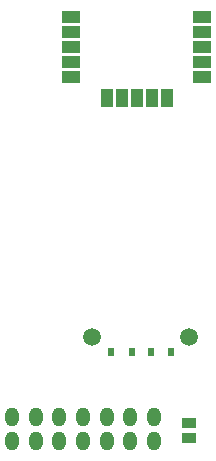
<source format=gbs>
G04 #@! TF.GenerationSoftware,KiCad,Pcbnew,5.1.4-e60b266~84~ubuntu18.04.1*
G04 #@! TF.CreationDate,2019-11-18T18:01:23+02:00*
G04 #@! TF.ProjectId,livolo_1_channel_1way_eu_switch,6c69766f-6c6f-45f3-915f-6368616e6e65,rev?*
G04 #@! TF.SameCoordinates,Original*
G04 #@! TF.FileFunction,Soldermask,Bot*
G04 #@! TF.FilePolarity,Negative*
%FSLAX46Y46*%
G04 Gerber Fmt 4.6, Leading zero omitted, Abs format (unit mm)*
G04 Created by KiCad (PCBNEW 5.1.4-e60b266~84~ubuntu18.04.1) date 2019-11-18 18:01:23*
%MOMM*%
%LPD*%
G04 APERTURE LIST*
%ADD10C,0.600000*%
%ADD11R,1.500000X1.000000*%
%ADD12R,1.000000X1.500000*%
%ADD13O,1.200000X1.600000*%
%ADD14C,1.500000*%
%ADD15R,0.600000X0.800000*%
%ADD16R,1.270000X0.970000*%
G04 APERTURE END LIST*
D10*
X147690000Y-78730000D03*
X147690000Y-77460000D03*
X147690000Y-76190000D03*
X147690000Y-74920000D03*
X147690000Y-73650000D03*
X139660000Y-80600000D03*
X140930000Y-80600000D03*
X142200000Y-80600000D03*
X143470000Y-80600000D03*
X144740000Y-80600000D03*
X136590000Y-78730000D03*
X136590000Y-77460000D03*
X136590000Y-76190000D03*
X136590000Y-74920000D03*
D11*
X136640000Y-73650000D03*
X136640000Y-74920000D03*
X136640000Y-76190000D03*
X136640000Y-77460000D03*
X136640000Y-78730000D03*
D12*
X144740000Y-80550000D03*
X143470000Y-80550000D03*
X142200000Y-80550000D03*
X140930000Y-80550000D03*
X139660000Y-80550000D03*
D11*
X147740000Y-74920000D03*
X147740000Y-77460000D03*
X147740000Y-76190000D03*
X147740000Y-78730000D03*
X147740000Y-73650000D03*
D10*
X136590000Y-73650000D03*
D13*
X143650000Y-107550000D03*
X143650000Y-109550000D03*
X141650000Y-107550000D03*
X141650000Y-109550000D03*
X139650000Y-107550000D03*
X139650000Y-109550000D03*
X137650000Y-107550000D03*
X137650000Y-109550000D03*
X135650000Y-107550000D03*
X135650000Y-109550000D03*
X133650000Y-107550000D03*
X133650000Y-109550000D03*
X131650000Y-107550000D03*
X131650000Y-109550000D03*
D14*
X146600000Y-100800000D03*
X138400000Y-100800000D03*
D15*
X143400000Y-102050000D03*
X145100000Y-102050000D03*
X140050000Y-102050000D03*
X141750000Y-102050000D03*
D16*
X146600000Y-109340000D03*
X146600000Y-108060000D03*
M02*

</source>
